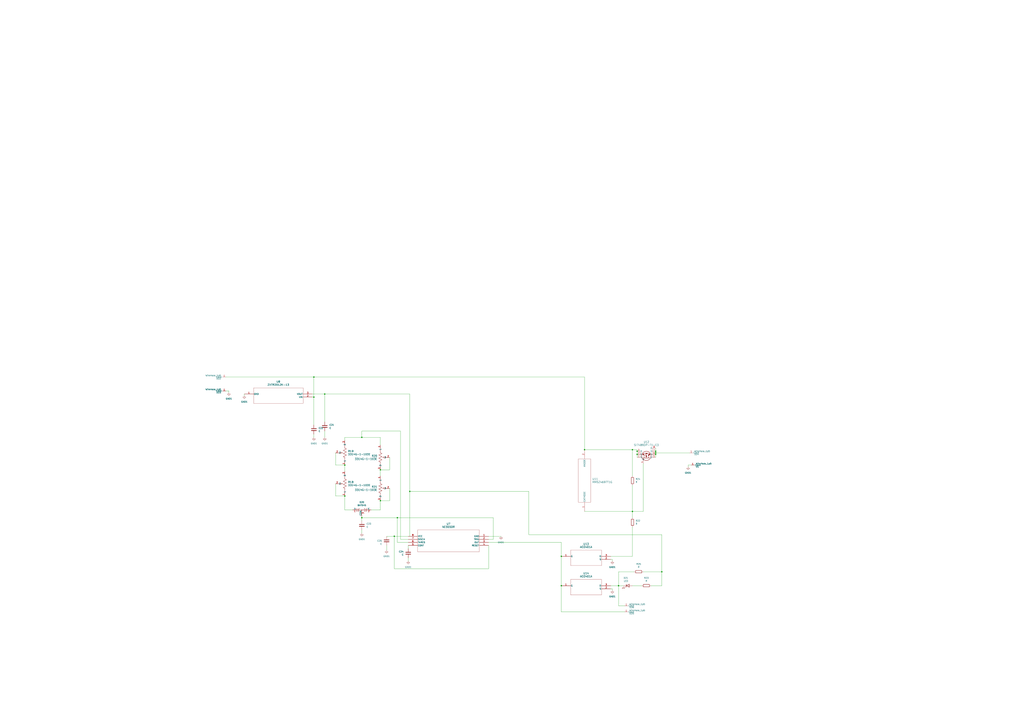
<source format=kicad_sch>
(kicad_sch (version 20230121) (generator eeschema)
  (paper "A1")
  (lib_symbols
    (symbol "3314G:3314G-1-103E" (pin_names (offset 0.254))
      (property "Reference" "R" (at 10.795 -3.175 0))
      (property "Value" "3314G-1-103E" (at 10.795 -6.35 0))
      (symbol "3314G-1-103E_1_1"
        (polyline (pts (xy 2.54 0) (xy 6.35 0)) (stroke (width 0.2032)))
        (polyline (pts (xy 6.35 0) (xy 6.985 1.27)) (stroke (width 0.2032)))
        (polyline (pts (xy 6.985 1.27) (xy 8.255 -1.27)) (stroke (width 0.2032)))
        (polyline (pts (xy 8.255 -1.27) (xy 9.525 1.27)) (stroke (width 0.2032)))
        (polyline (pts (xy 9.525 1.27) (xy 10.795 -1.27)) (stroke (width 0.2032)))
        (polyline (pts (xy 9.525 3.81) (xy 10.16 1.905)) (stroke (width 0.2032)))
        (polyline (pts (xy 9.525 3.81) (xy 10.795 3.81)) (stroke (width 0.2032)))
        (polyline (pts (xy 10.16 3.81) (xy 10.16 5.08)) (stroke (width 0.2032)))
        (polyline (pts (xy 10.795 -1.27) (xy 12.065 1.27)) (stroke (width 0.2032)))
        (polyline (pts (xy 10.795 3.81) (xy 10.16 1.905)) (stroke (width 0.2032)))
        (polyline (pts (xy 12.065 1.27) (xy 13.335 -1.27)) (stroke (width 0.2032)))
        (polyline (pts (xy 13.335 -1.27) (xy 13.97 0)) (stroke (width 0.2032)))
        (polyline (pts (xy 13.97 0) (xy 17.78 0)) (stroke (width 0.2032)))
        (pin unspecified line (at 0 0 0) (length 2.54) (name "1") (number "1"))
        (pin unspecified line (at 10.16 7.62 270) (length 2.54) (name "2") (number "2"))
        (pin unspecified line (at 20.32 0 180) (length 2.54) (name "3") (number "3"))
      )
      (symbol "3314G-1-103E_1_2"
        (polyline (pts (xy -3.81 -10.795) (xy -3.81 -9.525)) (stroke (width 0.2032)))
        (polyline (pts (xy -3.81 -10.795) (xy -1.905 -10.16)) (stroke (width 0.2032)))
        (polyline (pts (xy -3.81 -10.16) (xy -5.08 -10.16)) (stroke (width 0.2032)))
        (polyline (pts (xy -3.81 -9.525) (xy -1.905 -10.16)) (stroke (width 0.2032)))
        (polyline (pts (xy -1.27 -13.335) (xy 1.27 -12.065)) (stroke (width 0.2032)))
        (polyline (pts (xy -1.27 -10.795) (xy 1.27 -9.525)) (stroke (width 0.2032)))
        (polyline (pts (xy -1.27 -8.255) (xy 1.27 -6.985)) (stroke (width 0.2032)))
        (polyline (pts (xy 0 -17.78) (xy 0 -13.97)) (stroke (width 0.2032)))
        (polyline (pts (xy 0 -13.97) (xy -1.27 -13.335)) (stroke (width 0.2032)))
        (polyline (pts (xy 0 -6.35) (xy 0 -2.54)) (stroke (width 0.2032)))
        (polyline (pts (xy 1.27 -12.065) (xy -1.27 -10.795)) (stroke (width 0.2032)))
        (polyline (pts (xy 1.27 -9.525) (xy -1.27 -8.255)) (stroke (width 0.2032)))
        (polyline (pts (xy 1.27 -6.985) (xy 0 -6.35)) (stroke (width 0.2032)))
        (pin unspecified line (at 0 0 270) (length 2.54) (name "1") (number "1"))
        (pin unspecified line (at -7.62 -10.16 0) (length 2.54) (name "2") (number "2"))
        (pin unspecified line (at 0 -20.32 90) (length 2.54) (name "3") (number "3"))
      )
    )
    (symbol "AO3401A:AO3401A" (pin_names (offset 0.254))
      (property "Reference" "U" (at 20.32 10.16 0))
      (property "Value" "AO3401A" (at 20.32 7.62 0))
      (symbol "AO3401A_0_1"
        (polyline (pts (xy 7.62 -7.62) (xy 33.02 -7.62)) (stroke (width 0.127)))
        (polyline (pts (xy 7.62 5.08) (xy 7.62 -7.62)) (stroke (width 0.127)))
        (polyline (pts (xy 33.02 -7.62) (xy 33.02 5.08)) (stroke (width 0.127)))
        (polyline (pts (xy 33.02 5.08) (xy 7.62 5.08)) (stroke (width 0.127)))
        (pin unspecified line (at 0 0 0) (length 7.62) (name "G") (number "1"))
        (pin unspecified line (at 40.64 -2.54 180) (length 7.62) (name "S") (number "2"))
        (pin unspecified line (at 40.64 0 180) (length 7.62) (name "D") (number "3"))
      )
    )
    (symbol "Connectors_for_Wire:WireHole_1p5"
      (property "Reference" "D" (at 0 -1.27 0))
      (property "Value" "WireHole_1p5" (at 0 1.27 0))
      (symbol "WireHole_1p5_1_0"
        (pin bidirectional line (at 0 0 0) (length 2.54) (name "Conn") (number "1"))
      )
    )
    (symbol "Device:C" (pin_numbers hide) (pin_names (offset 0.254))
      (property "Reference" "C" (at 0.635 2.54 0))
      (property "Value" "C" (at 0.635 -2.54 0))
      (symbol "C_0_1"
        (polyline (pts (xy -2.032 -0.762) (xy 2.032 -0.762)) (stroke (width 0.508)))
        (polyline (pts (xy -2.032 0.762) (xy 2.032 0.762)) (stroke (width 0.508)))
      )
      (symbol "C_1_1"
        (pin passive line (at 0 3.81 270) (length 2.794) (name "~") (number "1"))
        (pin passive line (at 0 -3.81 90) (length 2.794) (name "~") (number "2"))
      )
    )
    (symbol "Device:LED" (pin_numbers hide) (pin_names (offset 1.016) hide)
      (property "Reference" "D" (at 0 2.54 0))
      (property "Value" "LED" (at 0 -2.54 0))
      (symbol "LED_0_1"
        (polyline (pts (xy -1.27 -1.27) (xy -1.27 1.27)) (stroke (width 0.254)))
        (polyline (pts (xy -1.27 0) (xy 1.27 0)))
        (polyline (pts (xy 1.27 -1.27) (xy 1.27 1.27) (xy -1.27 0) (xy 1.27 -1.27)) (stroke (width 0.254)))
        (polyline (pts (xy -3.048 -0.762) (xy -4.572 -2.286) (xy -3.81 -2.286) (xy -4.572 -2.286) (xy -4.572 -1.524)))
        (polyline (pts (xy -1.778 -0.762) (xy -3.302 -2.286) (xy -2.54 -2.286) (xy -3.302 -2.286) (xy -3.302 -1.524)))
      )
      (symbol "LED_1_1"
        (pin passive line (at -3.81 0 0) (length 2.54) (name "K") (number "1"))
        (pin passive line (at 3.81 0 180) (length 2.54) (name "A") (number "2"))
      )
    )
    (symbol "Device:R" (pin_numbers hide) (pin_names (offset 0))
      (property "Reference" "R" (at 2.032 0 90))
      (property "Value" "R" (at 0 0 90))
      (symbol "R_0_1"
        (rectangle (start -1.016 -2.54) (end 1.016 2.54) (stroke (width 0.254)))
      )
      (symbol "R_1_1"
        (pin passive line (at 0 3.81 270) (length 1.27) (name "~") (number "1"))
        (pin passive line (at 0 -3.81 90) (length 1.27) (name "~") (number "2"))
      )
    )
    (symbol "Diode:BAT54S" (pin_names (offset 0))
      (property "Reference" "D" (at 2.54 -5.08 0))
      (property "Value" "BAT54S" (at -6.35 3.175 0))
      (symbol "BAT54S_0_1"
        (polyline (pts (xy -3.81 0) (xy -1.27 0)))
        (polyline (pts (xy -3.175 -1.27) (xy -3.175 -1.016)))
        (polyline (pts (xy -2.54 -1.27) (xy -3.175 -1.27)))
        (polyline (pts (xy -2.54 -1.27) (xy -2.54 1.27)))
        (polyline (pts (xy -2.54 1.27) (xy -1.905 1.27)))
        (polyline (pts (xy -1.905 0) (xy 1.905 0)))
        (polyline (pts (xy -1.905 1.27) (xy -1.905 1.016)))
        (polyline (pts (xy 1.27 0) (xy 3.81 0)))
        (polyline (pts (xy 3.175 -1.27) (xy 3.175 -1.016)))
        (polyline (pts (xy 3.81 -1.27) (xy 3.175 -1.27)))
        (polyline (pts (xy 3.81 -1.27) (xy 3.81 1.27)))
        (polyline (pts (xy 3.81 1.27) (xy 4.445 1.27)))
        (polyline (pts (xy 4.445 1.27) (xy 4.445 1.016)))
        (polyline (pts (xy -4.445 1.27) (xy -4.445 -1.27) (xy -2.54 0) (xy -4.445 1.27)))
        (polyline (pts (xy 1.905 1.27) (xy 1.905 -1.27) (xy 3.81 0) (xy 1.905 1.27)))
        (circle (center 0 0) (radius 0.254) (fill (type outline)))
      )
      (symbol "BAT54S_1_1"
        (pin passive line (at -7.62 0 0) (length 3.81) (name "A") (number "1"))
        (pin passive line (at 7.62 0 180) (length 3.81) (name "K") (number "2"))
        (pin passive line (at 0 -5.08 90) (length 5.08) (name "COM") (number "3"))
      )
    )
    (symbol "MMSZ4697T1G:MMSZ4697T1G" (pin_names (offset 0.254))
      (property "Reference" "U" (at 25.4 10.16 0))
      (property "Value" "MMSZ4697T1G" (at 25.4 7.62 0))
      (symbol "MMSZ4697T1G_0_1"
        (polyline (pts (xy 7.62 -5.08) (xy 43.18 -5.08)) (stroke (width 0.127)))
        (polyline (pts (xy 7.62 5.08) (xy 7.62 -5.08)) (stroke (width 0.127)))
        (polyline (pts (xy 43.18 -5.08) (xy 43.18 5.08)) (stroke (width 0.127)))
        (polyline (pts (xy 43.18 5.08) (xy 7.62 5.08)) (stroke (width 0.127)))
        (pin unspecified line (at 0 0 0) (length 7.62) (name "CATHODE") (number "1"))
        (pin unspecified line (at 50.8 0 180) (length 7.62) (name "ANODE") (number "2"))
      )
    )
    (symbol "NE555DB:NE555DR" (pin_names (offset 0.254))
      (property "Reference" "U" (at 33.02 10.16 0))
      (property "Value" "NE555DR" (at 33.02 7.62 0))
      (symbol "NE555DR_0_1"
        (polyline (pts (xy 7.62 -12.7) (xy 58.42 -12.7)) (stroke (width 0.127)))
        (polyline (pts (xy 7.62 5.08) (xy 7.62 -12.7)) (stroke (width 0.127)))
        (polyline (pts (xy 58.42 -12.7) (xy 58.42 5.08)) (stroke (width 0.127)))
        (polyline (pts (xy 58.42 5.08) (xy 7.62 5.08)) (stroke (width 0.127)))
        (pin power_in line (at 0 0 0) (length 7.62) (name "GND") (number "1"))
        (pin input line (at 0 -2.54 0) (length 7.62) (name "TRIG") (number "2"))
        (pin output line (at 0 -5.08 0) (length 7.62) (name "OUT") (number "3"))
        (pin input line (at 0 -7.62 0) (length 7.62) (name "RESET") (number "4"))
        (pin unspecified line (at 66.04 -7.62 180) (length 7.62) (name "CONT") (number "5"))
        (pin input line (at 66.04 -5.08 180) (length 7.62) (name "THRES") (number "6"))
        (pin unspecified line (at 66.04 -2.54 180) (length 7.62) (name "DISCH") (number "7"))
        (pin power_in line (at 66.04 0 180) (length 7.62) (name "VCC") (number "8"))
      )
    )
    (symbol "SI7489DP:SI7489DP-T1-E3" (pin_names (offset 0.254))
      (property "Reference" "U" (at 11.43 -0.635 0))
      (property "Value" "SI7489DP-T1-E3" (at 11.43 -5.08 0))
      (symbol "SI7489DP-T1-E3_0_1"
        (polyline (pts (xy 2.54 0) (xy 4.445 0)) (stroke (width 0.2032)))
        (polyline (pts (xy 4.445 -5.08) (xy 4.445 0)) (stroke (width 0.2032)))
        (polyline (pts (xy 5.08 -7.62) (xy 12.7 -7.62)) (stroke (width 0.127)))
        (polyline (pts (xy 5.08 -5.08) (xy 5.08 -3.81)) (stroke (width 0.2032)))
        (polyline (pts (xy 5.08 -4.445) (xy 6.985 -4.445)) (stroke (width 0.2032)))
        (polyline (pts (xy 5.08 -3.175) (xy 5.08 -1.905)) (stroke (width 0.2032)))
        (polyline (pts (xy 5.08 -1.27) (xy 5.08 0)) (stroke (width 0.2032)))
        (polyline (pts (xy 5.08 -0.635) (xy 6.985 -0.635)) (stroke (width 0.2032)))
        (polyline (pts (xy 5.08 2.54) (xy 10.16 2.54)) (stroke (width 0.127)))
        (polyline (pts (xy 5.715 -2.54) (xy 5.08 -2.54)) (stroke (width 0.2032)))
        (polyline (pts (xy 6.985 -5.08) (xy 8.255 -5.08)) (stroke (width 0.2032)))
        (polyline (pts (xy 6.985 -4.445) (xy 6.985 -5.08)) (stroke (width 0.127)))
        (polyline (pts (xy 6.985 -0.635) (xy 6.985 -2.54)) (stroke (width 0.2032)))
        (polyline (pts (xy 6.985 -0.635) (xy 6.985 0)) (stroke (width 0.2032)))
        (polyline (pts (xy 6.985 0) (xy 8.255 0)) (stroke (width 0.2032)))
        (polyline (pts (xy 7.62 -7.62) (xy 7.62 -5.08)) (stroke (width 0.127)))
        (polyline (pts (xy 7.62 2.54) (xy 7.6454 0)) (stroke (width 0.127)))
        (polyline (pts (xy 8.255 -5.08) (xy 8.255 -3.175)) (stroke (width 0.2032)))
        (polyline (pts (xy 8.255 -1.905) (xy 8.255 0)) (stroke (width 0.2032)))
        (polyline (pts (xy 8.89 -1.905) (xy 7.62 -1.905)) (stroke (width 0.2032)))
        (polyline (pts (xy 5.715 -3.175) (xy 6.985 -2.54) (xy 5.715 -1.905)) (stroke (width 0.0254)) (fill (type outline)))
        (polyline (pts (xy 8.89 -3.175) (xy 7.62 -3.175) (xy 8.255 -1.905)) (stroke (width 0.0254)) (fill (type outline)))
        (circle (center 6.35 -2.54) (radius 3.81) (stroke (width 0.254)))
        (circle (center 6.985 -4.445) (radius 0.0254) (stroke (width 0.508)))
        (circle (center 7.62 -5.08) (radius 0.0254) (stroke (width 0.508)))
        (circle (center 7.62 0) (radius 0.0254) (stroke (width 0.508)))
        (pin unspecified line (at 5.08 5.08 270) (length 2.54) (name "S") (number "1"))
        (pin unspecified line (at 7.62 5.08 270) (length 2.54) (name "S") (number "2"))
        (pin unspecified line (at 10.16 5.08 270) (length 2.54) (name "S") (number "3"))
        (pin unspecified line (at 0 0 0) (length 2.54) (name "G") (number "4"))
        (pin unspecified line (at 5.08 -10.16 90) (length 2.54) (name "D") (number "5"))
        (pin unspecified line (at 7.62 -10.16 90) (length 2.54) (name "D") (number "6"))
        (pin unspecified line (at 10.16 -10.16 90) (length 2.54) (name "D") (number "7"))
        (pin unspecified line (at 12.7 -10.16 90) (length 2.54) (name "D") (number "8"))
      )
    )
    (symbol "ZXTR2012K:ZXTR2012K-13" (pin_names (offset 0.254))
      (property "Reference" "U" (at 27.94 10.16 0))
      (property "Value" "ZXTR2012K-13" (at 27.94 7.62 0))
      (symbol "ZXTR2012K-13_0_1"
        (polyline (pts (xy 7.62 -7.62) (xy 48.26 -7.62)) (stroke (width 0.127)))
        (polyline (pts (xy 7.62 5.08) (xy 7.62 -7.62)) (stroke (width 0.127)))
        (polyline (pts (xy 48.26 -7.62) (xy 48.26 5.08)) (stroke (width 0.127)))
        (polyline (pts (xy 48.26 5.08) (xy 7.62 5.08)) (stroke (width 0.127)))
        (pin power_in line (at 0 0 0) (length 7.62) (name "GND") (number "1"))
        (pin input line (at 55.88 -2.54 180) (length 7.62) (name "VIN") (number "2"))
        (pin output line (at 55.88 0 180) (length 7.62) (name "VOUT") (number "3"))
      )
    )
    (symbol "power:GND1" (power) (pin_names (offset 0))
      (property "Value" "GND1" (at 0 -3.81 0))
      (symbol "GND1_0_1"
        (polyline (pts (xy 0 0) (xy 0 -1.27) (xy 1.27 -1.27) (xy 0 -2.54) (xy -1.27 -1.27) (xy 0 -1.27)))
      )
      (symbol "GND1_1_1"
        (pin power_in line (at 0 0 270) (length 0) hide (name "GND1") (number "1"))
      )
    )
  )
  (junction (at 543.56 469.9))
  (junction (at 461.01 481.33))
  (junction (at 257.81 309.88))
  (junction (at 523.24 373.38))
  (junction (at 519.43 420.37))
  (junction (at 538.48 370.84))
  (junction (at 312.42 411.48))
  (junction (at 508 481.33))
  (junction (at 266.7 323.85))
  (junction (at 326.39 425.45))
  (junction (at 312.42 386.08))
  (junction (at 297.18 359.41))
  (junction (at 257.81 326.39))
  (junction (at 283.21 407.67))
  (junction (at 461.01 457.2))
  (junction (at 538.48 373.38))
  (junction (at 336.55 403.86))
  (junction (at 480.06 369.57))
  (junction (at 283.21 382.27))
  (junction (at 523.24 370.84))
  (junction (at 538.48 372.11))
  (junction (at 519.43 369.57))
  (junction (at 323.85 440.69))
  (junction (at 297.18 425.45))
  (wire (pts (xy 523.24 373.38) (xy 523.24 375.92)))
  (wire (pts (xy 519.43 369.57) (xy 519.43 391.16)))
  (wire (pts (xy 304.8 419.1) (xy 312.42 419.1)))
  (wire (pts (xy 543.56 439.42) (xy 434.34 439.42)))
  (wire (pts (xy 320.04 386.08) (xy 312.42 386.08)))
  (wire (pts (xy 501.65 457.2) (xy 519.43 457.2)))
  (wire (pts (xy 538.48 368.3) (xy 538.48 370.84)))
  (wire (pts (xy 275.59 372.11) (xy 275.59 382.27)))
  (wire (pts (xy 257.81 326.39) (xy 256.54 326.39)))
  (wire (pts (xy 538.48 370.84) (xy 538.48 372.11)))
  (wire (pts (xy 513.08 497.84) (xy 508 497.84)))
  (wire (pts (xy 328.93 443.23) (xy 328.93 354.33)))
  (wire (pts (xy 257.81 309.88) (xy 257.81 326.39)))
  (wire (pts (xy 401.32 448.31) (xy 401.32 467.36)))
  (wire (pts (xy 283.21 361.95) (xy 283.21 359.41)))
  (wire (pts (xy 519.43 369.57) (xy 523.24 369.57)))
  (wire (pts (xy 266.7 323.85) (xy 256.54 323.85)))
  (wire (pts (xy 411.48 440.69) (xy 401.32 440.69)))
  (wire (pts (xy 275.59 407.67) (xy 283.21 407.67)))
  (wire (pts (xy 401.32 467.36) (xy 323.85 467.36)))
  (wire (pts (xy 328.93 354.33) (xy 297.18 354.33)))
  (wire (pts (xy 266.7 346.71) (xy 266.7 323.85)))
  (wire (pts (xy 336.55 440.69) (xy 336.55 403.86)))
  (wire (pts (xy 187.96 321.31) (xy 187.96 322.58)))
  (wire (pts (xy 185.42 321.31) (xy 187.96 321.31)))
  (wire (pts (xy 335.28 440.69) (xy 323.85 440.69)))
  (wire (pts (xy 401.32 443.23) (xy 405.13 443.23)))
  (wire (pts (xy 480.06 420.37) (xy 519.43 420.37)))
  (wire (pts (xy 312.42 359.41) (xy 312.42 365.76)))
  (wire (pts (xy 275.59 397.51) (xy 275.59 407.67)))
  (wire (pts (xy 275.59 382.27) (xy 283.21 382.27)))
  (wire (pts (xy 528.32 420.37) (xy 528.32 381)))
  (wire (pts (xy 434.34 403.86) (xy 336.55 403.86)))
  (wire (pts (xy 326.39 425.45) (xy 297.18 425.45)))
  (wire (pts (xy 501.65 483.87) (xy 502.92 483.87)))
  (wire (pts (xy 317.5 448.31) (xy 317.5 452.12)))
  (wire (pts (xy 323.85 467.36) (xy 323.85 440.69)))
  (wire (pts (xy 266.7 354.33) (xy 266.7 359.41)))
  (wire (pts (xy 401.32 445.77) (xy 461.01 445.77)))
  (wire (pts (xy 480.06 369.57) (xy 519.43 369.57)))
  (wire (pts (xy 283.21 382.27) (xy 283.21 387.35)))
  (wire (pts (xy 528.32 469.9) (xy 543.56 469.9)))
  (wire (pts (xy 312.42 419.1) (xy 312.42 411.48)))
  (wire (pts (xy 405.13 443.23) (xy 405.13 425.45)))
  (wire (pts (xy 508 481.33) (xy 511.81 481.33)))
  (wire (pts (xy 501.65 481.33) (xy 508 481.33)))
  (wire (pts (xy 519.43 398.78) (xy 519.43 420.37)))
  (wire (pts (xy 335.28 448.31) (xy 335.28 450.85)))
  (wire (pts (xy 312.42 386.08) (xy 312.42 391.16)))
  (wire (pts (xy 534.67 481.33) (xy 543.56 481.33)))
  (wire (pts (xy 538.48 373.38) (xy 538.48 375.92)))
  (wire (pts (xy 405.13 425.45) (xy 326.39 425.45)))
  (wire (pts (xy 335.28 445.77) (xy 326.39 445.77)))
  (wire (pts (xy 461.01 502.92) (xy 461.01 481.33)))
  (wire (pts (xy 297.18 435.61) (xy 297.18 438.15)))
  (wire (pts (xy 297.18 424.18) (xy 297.18 425.45)))
  (wire (pts (xy 538.48 372.11) (xy 538.48 373.38)))
  (wire (pts (xy 335.28 458.47) (xy 335.28 461.01)))
  (wire (pts (xy 335.28 443.23) (xy 328.93 443.23)))
  (wire (pts (xy 502.92 483.87) (xy 502.92 485.14)))
  (wire (pts (xy 523.24 369.57) (xy 523.24 370.84)))
  (wire (pts (xy 519.43 481.33) (xy 527.05 481.33)))
  (wire (pts (xy 283.21 359.41) (xy 297.18 359.41)))
  (wire (pts (xy 336.55 403.86) (xy 336.55 323.85)))
  (wire (pts (xy 543.56 469.9) (xy 543.56 439.42)))
  (wire (pts (xy 283.21 419.1) (xy 283.21 407.67)))
  (wire (pts (xy 257.81 309.88) (xy 480.06 309.88)))
  (wire (pts (xy 326.39 445.77) (xy 326.39 425.45)))
  (wire (pts (xy 297.18 354.33) (xy 297.18 359.41)))
  (wire (pts (xy 480.06 309.88) (xy 480.06 369.57)))
  (wire (pts (xy 502.92 459.74) (xy 502.92 461.01)))
  (wire (pts (xy 519.43 433.07) (xy 519.43 457.2)))
  (wire (pts (xy 538.48 372.11) (xy 566.42 372.11)))
  (wire (pts (xy 289.56 419.1) (xy 283.21 419.1)))
  (wire (pts (xy 567.69 382.27) (xy 565.15 382.27)))
  (wire (pts (xy 200.66 323.85) (xy 200.66 325.12)))
  (wire (pts (xy 565.15 382.27) (xy 565.15 383.54)))
  (wire (pts (xy 320.04 401.32) (xy 320.04 411.48)))
  (wire (pts (xy 513.08 502.92) (xy 461.01 502.92)))
  (wire (pts (xy 519.43 420.37) (xy 528.32 420.37)))
  (wire (pts (xy 317.5 440.69) (xy 323.85 440.69)))
  (wire (pts (xy 434.34 439.42) (xy 434.34 403.86)))
  (wire (pts (xy 185.42 309.88) (xy 257.81 309.88)))
  (wire (pts (xy 461.01 445.77) (xy 461.01 457.2)))
  (wire (pts (xy 523.24 370.84) (xy 523.24 373.38)))
  (wire (pts (xy 266.7 323.85) (xy 336.55 323.85)))
  (wire (pts (xy 508 481.33) (xy 508 497.84)))
  (wire (pts (xy 257.81 356.87) (xy 257.81 359.41)))
  (wire (pts (xy 501.65 459.74) (xy 502.92 459.74)))
  (wire (pts (xy 543.56 481.33) (xy 543.56 469.9)))
  (wire (pts (xy 320.04 375.92) (xy 320.04 386.08)))
  (wire (pts (xy 520.7 469.9) (xy 508 469.9)))
  (wire (pts (xy 461.01 457.2) (xy 461.01 481.33)))
  (wire (pts (xy 297.18 359.41) (xy 312.42 359.41)))
  (wire (pts (xy 519.43 420.37) (xy 519.43 425.45)))
  (wire (pts (xy 508 469.9) (xy 508 481.33)))
  (wire (pts (xy 297.18 425.45) (xy 297.18 427.99)))
  (wire (pts (xy 257.81 326.39) (xy 257.81 349.25)))
  (wire (pts (xy 320.04 411.48) (xy 312.42 411.48)))
  (symbol (lib_id "AO3401A:AO3401A") (at 461.01 457.2 0) (unit 1)
    (property "Reference" "U13" (at 481.33 447.04 0) (effects (font (size 1.524 1.524))))
    (property "Value" "AO3401A" (at 481.33 449.58 0) (effects (font (size 1.524 1.524))))
    (property "Footprint" "ul_AO3401A:SOT-23-3L_AOS" (effects hide))
    (property "Datasheet" "AO3401A" (effects hide))
  )
  (symbol (lib_id "Device:R") (at 530.86 481.33 90) (unit 1)
    (property "Reference" "R23" (at 530.86 474.98 90))
    (property "Value" "R" (at 530.86 477.52 90))
    (property "Footprint" "Resistor_SMD:R_0603_1608Metric_Pad0.98x0.95mm_HandSolder" (effects hide))
  )
  (symbol (lib_id "Device:C") (at 335.28 454.66 0) (mirror y) (unit 1)
    (property "Reference" "C24" (at 331.47 453.39 0) (effects (justify left)))
    (property "Value" "C" (at 331.47 455.93 0) (effects (justify left)))
    (property "Footprint" "Capacitor_SMD:C_0603_1608Metric_Pad1.08x0.95mm_HandSolder" (effects hide))
  )
  (symbol (lib_id "NE555DB:NE555DR") (at 401.32 440.69 0) (mirror y) (unit 1)
    (property "Reference" "U7" (at 368.3 430.53 0) (effects (font (size 1.524 1.524))))
    (property "Value" "NE555DR" (at 368.3 433.07 0) (effects (font (size 1.524 1.524))))
    (property "Footprint" "ul_NE555DR:D8" (effects hide))
    (property "Datasheet" "NE555DR" (effects hide))
  )
  (symbol (lib_id "Device:C") (at 257.81 353.06 0) (unit 1)
    (property "Reference" "C22" (at 261.62 351.79 0) (effects (justify left)))
    (property "Value" "C" (at 261.62 354.33 0) (effects (justify left)))
    (property "Footprint" "Capacitor_SMD:C_0603_1608Metric_Pad1.08x0.95mm_HandSolder" (effects hide))
  )
  (symbol (lib_id "power:GND1") (at 200.66 325.12 0) (unit 1)
    (property "Reference" "#PWR01" (effects hide))
    (property "Value" "GND1" (at 200.66 330.2 0))
  )
  (symbol (lib_id "Device:C") (at 317.5 444.5 0) (mirror y) (unit 1)
    (property "Reference" "C25" (at 313.69 444.5 0) (effects (justify left)))
    (property "Value" "C" (at 313.69 447.04 0) (effects (justify left)))
    (property "Footprint" "Capacitor_SMD:C_0805_2012Metric_Pad1.18x1.45mm_HandSolder" (effects hide))
  )
  (symbol (lib_id "Device:R") (at 519.43 429.26 0) (unit 1)
    (property "Reference" "R22" (at 521.97 427.99 0) (effects (justify left)))
    (property "Value" "R" (at 521.97 430.53 0) (effects (justify left)))
    (property "Footprint" "Resistor_SMD:R_0603_1608Metric_Pad0.98x0.95mm_HandSolder" (effects hide))
  )
  (symbol (lib_id "Connectors_for_Wire:WireHole_1p5") (at 567.69 382.27 0) (mirror x) (unit 1)
    (property "Reference" "D1" (at 571.5 383.5401 0) (effects (justify left)))
    (property "Value" "WireHole_1p5" (at 571.5 381.0001 0) (effects (justify left)))
    (property "Footprint" "Wire_holes:WireHole_1p2" (effects hide))
  )
  (symbol (lib_id "Connectors_for_Wire:WireHole_1p5") (at 513.08 502.92 0) (mirror x) (unit 1)
    (property "Reference" "D25" (at 516.89 504.1901 0) (effects (justify left)))
    (property "Value" "WireHole_1p5" (at 516.89 501.6501 0) (effects (justify left)))
    (property "Footprint" "Wire_holes:WireHole_1p2" (effects hide))
  )
  (symbol (lib_id "MMSZ4697T1G:MMSZ4697T1G") (at 480.06 420.37 90) (unit 1)
    (property "Reference" "U11" (at 486.41 393.7 90) (effects (font (size 1.524 1.524)) (justify right)))
    (property "Value" "MMSZ4697T1G" (at 486.41 396.24 90) (effects (font (size 1.524 1.524)) (justify right)))
    (property "Footprint" "ul_MMSZ4697T1G:SOD-123_ONS" (effects hide))
    (property "Datasheet" "MMSZ4697T1G" (effects hide))
  )
  (symbol (lib_id "power:GND1") (at 335.28 461.01 0) (mirror y) (unit 1)
    (property "Reference" "#PWR06" (effects hide))
    (property "Value" "GND1" (at 335.28 466.09 0))
  )
  (symbol (lib_id "Connectors_for_Wire:WireHole_1p5") (at 185.42 309.88 180) (unit 1)
    (property "Reference" "D22" (at 181.61 311.1501 0) (effects (justify left)))
    (property "Value" "WireHole_1p5" (at 181.61 308.6101 0) (effects (justify left)))
    (property "Footprint" "Wire_holes:WireHole_1p2" (effects hide))
  )
  (symbol (lib_id "power:GND1") (at 502.92 485.14 0) (mirror y) (unit 1)
    (property "Reference" "#PWR011" (effects hide))
    (property "Value" "GND1" (at 502.92 490.22 0))
  )
  (symbol (lib_id "Device:R") (at 519.43 394.97 0) (unit 1)
    (property "Reference" "R24" (at 521.97 393.7 0) (effects (justify left)))
    (property "Value" "R" (at 521.97 396.24 0) (effects (justify left)))
    (property "Footprint" "Resistor_SMD:R_0603_1608Metric_Pad0.98x0.95mm_HandSolder" (effects hide))
  )
  (symbol (lib_id "SI7489DP:SI7489DP-T1-E3") (at 528.32 381 90) (unit 1)
    (property "Reference" "U12" (at 530.86 363.22 90) (effects (font (size 1.524 1.524))))
    (property "Value" "SI7489DP-T1-E3" (at 530.86 365.76 90) (effects (font (size 1.524 1.524))))
    (property "Footprint" "ul_SI7489DP-T1-E3:MOSFET_65DP-T1-E3_VIS" (effects hide))
    (property "Datasheet" "SI7489DP-T1-E3" (effects hide))
  )
  (symbol (lib_id "3314G:3314G-1-103E") (at 283.21 382.27 90) (unit 1)
    (property "Reference" "R19" (at 285.75 370.84 90) (effects (font (size 1.524 1.524)) (justify right)))
    (property "Value" "3314G-1-103E" (at 285.75 373.38 90) (effects (font (size 1.524 1.524)) (justify right)))
    (property "Footprint" "ul_3314G-1-103E:POT_3314G" (effects hide))
    (property "Datasheet" "3314G-1-103E" (effects hide))
  )
  (symbol (lib_id "3314G:3314G-1-103E") (at 283.21 407.67 90) (unit 1)
    (property "Reference" "R18" (at 285.75 396.24 90) (effects (font (size 1.524 1.524)) (justify right)))
    (property "Value" "3314G-1-103E" (at 285.75 398.78 90) (effects (font (size 1.524 1.524)) (justify right)))
    (property "Footprint" "ul_3314G-1-103E:POT_3314G" (effects hide))
    (property "Datasheet" "3314G-1-103E" (effects hide))
  )
  (symbol (lib_id "power:GND1") (at 502.92 461.01 0) (mirror y) (unit 1)
    (property "Reference" "#PWR010" (effects hide))
    (property "Value" "GND1" (at 502.92 466.09 0))
  )
  (symbol (lib_id "power:GND1") (at 257.81 359.41 0) (unit 1)
    (property "Reference" "#PWR04" (effects hide))
    (property "Value" "GND1" (at 257.81 364.49 0))
  )
  (symbol (lib_id "ZXTR2012K:ZXTR2012K-13") (at 200.66 323.85 0) (unit 1)
    (property "Reference" "U8" (at 228.6 313.69 0) (effects (font (size 1.524 1.524))))
    (property "Value" "ZXTR2012K-13" (at 228.6 316.23 0) (effects (font (size 1.524 1.524))))
    (property "Footprint" "ul_ZXTR2012K-13:TO252-3L_DIO" (effects hide))
    (property "Datasheet" "ZXTR2012K-13" (effects hide))
  )
  (symbol (lib_id "Connectors_for_Wire:WireHole_1p5") (at 513.08 497.84 0) (mirror x) (unit 1)
    (property "Reference" "D26" (at 516.89 499.1101 0) (effects (justify left)))
    (property "Value" "WireHole_1p5" (at 516.89 496.5701 0) (effects (justify left)))
    (property "Footprint" "Wire_holes:WireHole_1p2" (effects hide))
  )
  (symbol (lib_id "Connectors_for_Wire:WireHole_1p5") (at 185.42 321.31 180) (unit 1)
    (property "Reference" "D23" (at 181.61 322.5801 0) (effects (justify left)))
    (property "Value" "WireHole_1p5" (at 181.61 320.0401 0) (effects (justify left)))
    (property "Footprint" "Wire_holes:WireHole_1p2" (effects hide))
  )
  (symbol (lib_id "power:GND1") (at 297.18 438.15 0) (mirror y) (unit 1)
    (property "Reference" "#PWR08" (effects hide))
    (property "Value" "GND1" (at 297.18 443.23 0))
  )
  (symbol (lib_id "power:GND1") (at 266.7 359.41 0) (unit 1)
    (property "Reference" "#PWR05" (effects hide))
    (property "Value" "GND1" (at 266.7 364.49 0))
  )
  (symbol (lib_id "power:GND1") (at 317.5 452.12 0) (mirror y) (unit 1)
    (property "Reference" "#PWR07" (effects hide))
    (property "Value" "GND1" (at 317.5 457.2 0))
  )
  (symbol (lib_id "power:GND1") (at 411.48 440.69 0) (mirror y) (unit 1)
    (property "Reference" "#PWR02" (effects hide))
    (property "Value" "GND1" (at 411.48 445.77 0))
  )
  (symbol (lib_id "Connectors_for_Wire:WireHole_1p5") (at 566.42 372.11 0) (mirror x) (unit 1)
    (property "Reference" "D24" (at 570.23 373.3801 0) (effects (justify left)))
    (property "Value" "WireHole_1p5" (at 570.23 370.8401 0) (effects (justify left)))
    (property "Footprint" "Wire_holes:WireHole_1p2" (effects hide))
  )
  (symbol (lib_id "Device:C") (at 297.18 431.8 0) (unit 1)
    (property "Reference" "C23" (at 300.99 430.53 0) (effects (justify left)))
    (property "Value" "C" (at 300.99 433.07 0) (effects (justify left)))
    (property "Footprint" "Capacitor_SMD:C_0805_2012Metric_Pad1.18x1.45mm_HandSolder" (effects hide))
  )
  (symbol (lib_id "AO3401A:AO3401A") (at 461.01 481.33 0) (unit 1)
    (property "Reference" "U14" (at 481.33 471.17 0) (effects (font (size 1.524 1.524))))
    (property "Value" "AO3401A" (at 481.33 473.71 0) (effects (font (size 1.524 1.524))))
    (property "Footprint" "ul_AO3401A:SOT-23-3L_AOS" (effects hide))
    (property "Datasheet" "AO3401A" (effects hide))
  )
  (symbol (lib_id "power:GND1") (at 187.96 322.58 0) (unit 1)
    (property "Reference" "#PWR09" (effects hide))
    (property "Value" "GND1" (at 187.96 327.66 0))
  )
  (symbol (lib_id "3314G:3314G-1-103E") (at 312.42 391.16 270) (unit 1)
    (property "Reference" "R21" (at 309.88 400.05 90) (effects (font (size 1.524 1.524)) (justify right)))
    (property "Value" "3314G-1-103E" (at 309.88 402.59 90) (effects (font (size 1.524 1.524)) (justify right)))
    (property "Footprint" "ul_3314G-1-103E:POT_3314G" (effects hide))
    (property "Datasheet" "3314G-1-103E" (effects hide))
  )
  (symbol (lib_id "3314G:3314G-1-103E") (at 312.42 365.76 270) (unit 1)
    (property "Reference" "R20" (at 309.88 374.65 90) (effects (font (size 1.524 1.524)) (justify right)))
    (property "Value" "3314G-1-103E" (at 309.88 377.19 90) (effects (font (size 1.524 1.524)) (justify right)))
    (property "Footprint" "ul_3314G-1-103E:POT_3314G" (effects hide))
    (property "Datasheet" "3314G-1-103E" (effects hide))
  )
  (symbol (lib_id "Device:R") (at 524.51 469.9 90) (unit 1)
    (property "Reference" "R25" (at 524.51 463.55 90))
    (property "Value" "R" (at 524.51 466.09 90))
    (property "Footprint" "Resistor_SMD:R_0603_1608Metric_Pad0.98x0.95mm_HandSolder" (effects hide))
  )
  (symbol (lib_id "power:GND1") (at 565.15 383.54 0) (mirror y) (unit 1)
    (property "Reference" "#PWR03" (effects hide))
    (property "Value" "GND1" (at 565.15 388.62 0))
  )
  (symbol (lib_id "Device:LED") (at 515.62 481.33 0) (unit 1)
    (property "Reference" "D21" (at 514.0325 474.98 0))
    (property "Value" "LED" (at 514.0325 477.52 0))
    (property "Footprint" "LED_SMD:LED_0603_1608Metric_Pad1.05x0.95mm_HandSolder" (effects hide))
  )
  (symbol (lib_id "Diode:BAT54S") (at 297.18 419.1 0) (unit 1)
    (property "Reference" "D20" (at 297.18 412.75 0))
    (property "Value" "BAT54S" (at 297.18 415.29 0))
    (property "Footprint" "Package_TO_SOT_SMD:SOT-23" (effects hide))
    (property "Datasheet" "https://www.diodes.com/assets/Datasheets/ds11005.pdf" (effects hide))
  )
  (symbol (lib_id "Device:C") (at 266.7 350.52 0) (unit 1)
    (property "Reference" "C21" (at 270.51 349.25 0) (effects (justify left)))
    (property "Value" "C" (at 270.51 351.79 0) (effects (justify left)))
    (property "Footprint" "Capacitor_SMD:C_0603_1608Metric_Pad1.08x0.95mm_HandSolder" (effects hide))
  )
)
</source>
